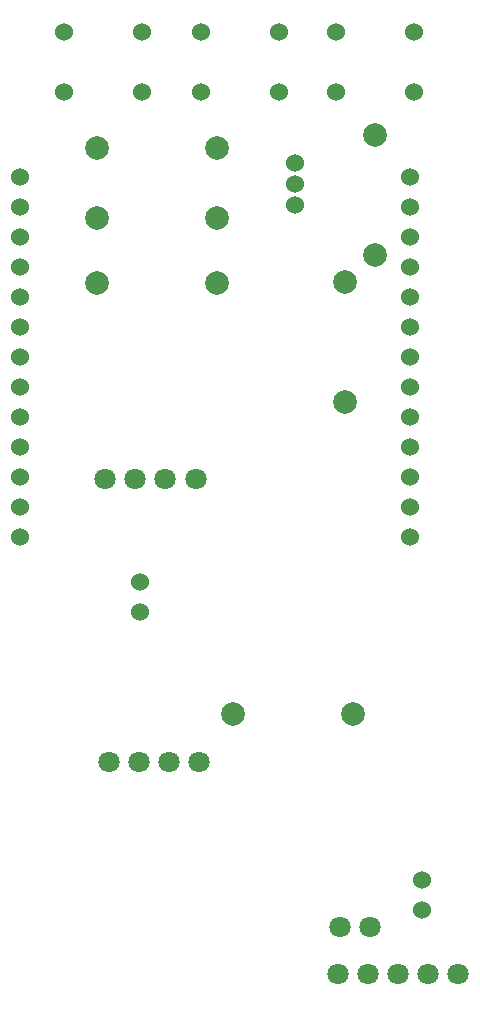
<source format=gbr>
%TF.GenerationSoftware,KiCad,Pcbnew,7.0.11+dfsg-1build4*%
%TF.CreationDate,2025-02-25T03:32:25+01:00*%
%TF.ProjectId,BertheVario213-Shema,42657274-6865-4566-9172-696f3231332d,1.11*%
%TF.SameCoordinates,Original*%
%TF.FileFunction,Soldermask,Top*%
%TF.FilePolarity,Negative*%
%FSLAX46Y46*%
G04 Gerber Fmt 4.6, Leading zero omitted, Abs format (unit mm)*
G04 Created by KiCad (PCBNEW 7.0.11+dfsg-1build4) date 2025-02-25 03:32:25*
%MOMM*%
%LPD*%
G01*
G04 APERTURE LIST*
%ADD10C,1.800000*%
%ADD11C,1.524000*%
%ADD12C,2.000000*%
G04 APERTURE END LIST*
D10*
%TO.C,S1*%
X153540000Y-138000000D03*
X151000000Y-138000000D03*
%TD*%
%TO.C,MS5611*%
X138810000Y-100040000D03*
X136260000Y-100040000D03*
X133720000Y-100040000D03*
X131180000Y-100040000D03*
%TD*%
D11*
%TO.C,SW1*%
X157302000Y-67330000D03*
X150698000Y-67330000D03*
X157302000Y-62250000D03*
X150698000Y-62250000D03*
%TD*%
%TO.C,Q1*%
X147201500Y-73315800D03*
X147201500Y-75093800D03*
X147201500Y-76871800D03*
%TD*%
%TO.C,SW3*%
X134302000Y-67330000D03*
X127698000Y-67330000D03*
X134302000Y-62250000D03*
X127698000Y-62250000D03*
%TD*%
D12*
%TO.C,R3*%
X142000000Y-120000000D03*
X152160000Y-120000000D03*
%TD*%
D11*
%TO.C,jumper1*%
X158000000Y-134000000D03*
X158000000Y-136540000D03*
%TD*%
D12*
%TO.C,R4*%
X151500000Y-93580000D03*
X151500000Y-83420000D03*
%TD*%
%TO.C,R5*%
X130420000Y-83500000D03*
X140580000Y-83500000D03*
%TD*%
D10*
%TO.C,QMC5883_Mag1*%
X161040000Y-142000000D03*
X158500000Y-142000000D03*
X155960000Y-142000000D03*
X153420000Y-142000000D03*
X150880000Y-142000000D03*
%TD*%
D11*
%TO.C,U1*%
X157000000Y-102460000D03*
X123980000Y-94840000D03*
X157000000Y-99920000D03*
X123980000Y-99920000D03*
X123980000Y-92300000D03*
X123980000Y-97380000D03*
X123980000Y-89760000D03*
X123980000Y-79600000D03*
X123980000Y-87220000D03*
X157000000Y-92300000D03*
X157000000Y-94840000D03*
X157000000Y-97380000D03*
X157000000Y-87220000D03*
X157000000Y-89760000D03*
X157000000Y-82140000D03*
X157000000Y-74520000D03*
X157000000Y-77060000D03*
X123980000Y-74520000D03*
X157000000Y-84680000D03*
X123980000Y-77060000D03*
X157000000Y-105000000D03*
X123980000Y-82140000D03*
X123980000Y-84680000D03*
X123980000Y-102460000D03*
X123980000Y-105000000D03*
X157000000Y-79600000D03*
X134140000Y-108810000D03*
X134140000Y-111350000D03*
%TD*%
D12*
%TO.C,R2*%
X140580000Y-72000000D03*
X130420000Y-72000000D03*
%TD*%
%TO.C,R6*%
X140580000Y-78000000D03*
X130420000Y-78000000D03*
%TD*%
%TO.C,R1*%
X154000000Y-81080000D03*
X154000000Y-70920000D03*
%TD*%
D10*
%TO.C,GPS-NEO6M1*%
X131460000Y-124000000D03*
X134000000Y-124000000D03*
X136540000Y-124000000D03*
X139080000Y-124000000D03*
%TD*%
D11*
%TO.C,SW2*%
X145854000Y-67330000D03*
X139250000Y-67330000D03*
X145854000Y-62250000D03*
X139250000Y-62250000D03*
%TD*%
M02*

</source>
